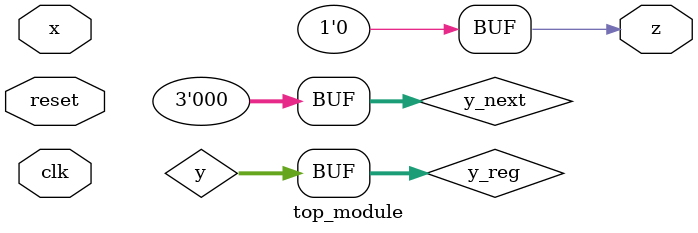
<source format=sv>
module top_module (
    input clk,
    input reset,
    input x,
    output reg z
);

reg [2:0] y, y_next;
reg [2:0] y_reg;

always @(posedge clk or posedge reset) begin
    if (reset) begin
        y <= 3'b000;
        z <= 1'b0;
    end else begin
        y <= y_next;
        z <= z; 
    end
end

always @(y_reg or x) begin // Changed "y" to "y_reg" in sensitivity list
    y_reg <= y; 
    case(y_reg)
        3'b000: begin
            if (x)
                y_next = 3'b001;
            else
                y_next = 3'b010;
            z <= 1'b0;
        end
        3'b001: begin
            if (x)
                y_next = 3'b100;
            else
                y_next = 3'b001;
            z <= 1'b0;
        end
        3'b010: begin
            if (x)
                y_next = 3'b001;
            else
                y_next = 3'b001; // Fixed the next state assignment
            z <= 1'b0;
        end
        3'b011: begin
            if (x)
                y_next = 3'b010;
            else
                y_next = 3'b001;
            z <= 1'b1;
        end
        3'b100: begin
            if (x)
                y_next = 3'b100;
            else
                y_next = 3'b011;
            z <= 1'b1;
        end
        default: begin
            y_next = 3'b000;
            z <= 1'b0;
        end
    endcase
end

endmodule

</source>
